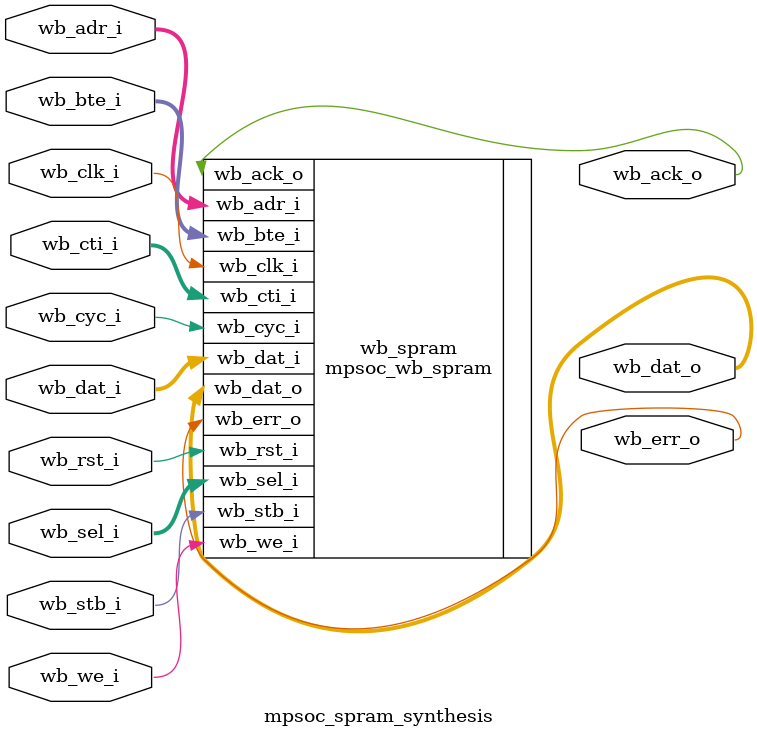
<source format=sv>

/* Copyright (c) 2018-2019 by the author(s)
 *
 * Permission is hereby granted, free of charge, to any person obtaining a copy
 * of this software and associated documentation files (the "Software"), to deal
 * in the Software without restriction, including without limitation the rights
 * to use, copy, modify, merge, publish, distribute, sublicense, and/or sell
 * copies of the Software, and to permit persons to whom the Software is
 * furnished to do so, subject to the following conditions:
 *
 * The above copyright notice and this permission notice shall be included in
 * all copies or substantial portions of the Software.
 *
 * THE SOFTWARE IS PROVIDED "AS IS", WITHOUT WARRANTY OF ANY KIND, EXPRESS OR
 * IMPLIED, INCLUDING BUT NOT LIMITED TO THE WARRANTIES OF MERCHANTABILITY,
 * FITNESS FOR A PARTICULAR PURPOSE AND NONINFRINGEMENT. IN NO EVENT SHALL THE
 * AUTHORS OR COPYRIGHT HOLDERS BE LIABLE FOR ANY CLAIM, DAMAGES OR OTHER
 * LIABILITY, WHETHER IN AN ACTION OF CONTRACT, TORT OR OTHERWISE, ARISING FROM,
 * OUT OF OR IN CONNECTION WITH THE SOFTWARE OR THE USE OR OTHER DEALINGS IN
 * THE SOFTWARE.
 *
 * =============================================================================
 * Author(s):
 *   Paco Reina Campo <pacoreinacampo@queenfield.tech>
 */

module mpsoc_spram_synthesis #(
  // Memory parameters
  parameter DEPTH   = 256,
  parameter MEMFILE = "",

  // Wishbone parameters
  parameter DW = 32,
  parameter AW = $clog2(DEPTH)
)
  (
    input           wb_clk_i,
    input           wb_rst_i,

    input  [AW-1:0] wb_adr_i,
    input  [DW-1:0] wb_dat_i,
    input  [   3:0] wb_sel_i,
    input           wb_we_i,
    input  [   1:0] wb_bte_i,
    input  [   2:0] wb_cti_i,
    input           wb_cyc_i,
    input           wb_stb_i,

    output reg      wb_ack_o,
    output          wb_err_o,
    output [DW-1:0] wb_dat_o
  );

  //////////////////////////////////////////////////////////////////
  //
  // Module Body
  //

  // DUT WB
  mpsoc_wb_spram #(
    // Memory parameters
    .DEPTH   ( DEPTH   ),
    .MEMFILE ( MEMFILE ),

    // Wishbone parameters
    .AW ( AW ),
    .DW ( DW )
  )
  wb_spram (
    .wb_clk_i ( wb_clk_i ),
    .wb_rst_i ( wb_rst_i ),

    .wb_adr_i ( wb_adr_i ),
    .wb_dat_i ( wb_dat_i ),
    .wb_sel_i ( wb_sel_i ),
    .wb_we_i  ( wb_we_i  ),
    .wb_bte_i ( wb_bte_i ),
    .wb_cti_i ( wb_cti_i ),
    .wb_cyc_i ( wb_cyc_i ),
    .wb_stb_i ( wb_stb_i ),
    .wb_ack_o ( wb_ack_o ),
    .wb_err_o ( wb_err_o ),
    .wb_dat_o ( wb_dat_o )
  );
endmodule

</source>
